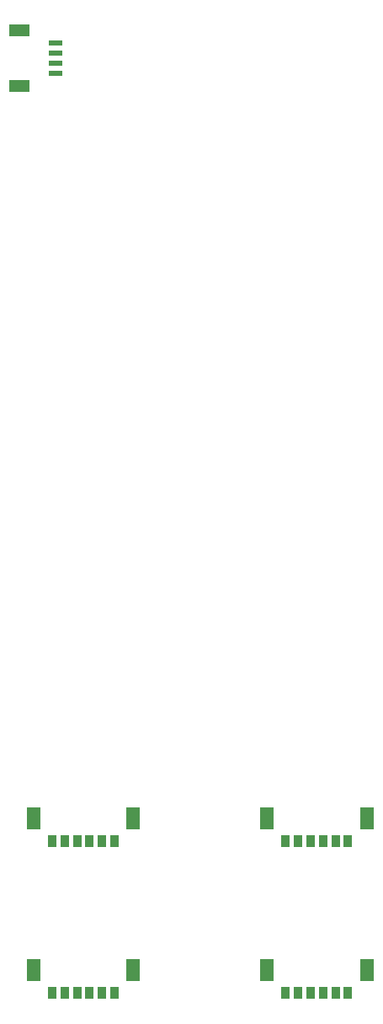
<source format=gbr>
%TF.GenerationSoftware,KiCad,Pcbnew,8.0.7*%
%TF.CreationDate,2024-12-20T12:02:52-05:00*%
%TF.ProjectId,HMS Olfactometer,484d5320-4f6c-4666-9163-746f6d657465,rev?*%
%TF.SameCoordinates,Original*%
%TF.FileFunction,Paste,Top*%
%TF.FilePolarity,Positive*%
%FSLAX46Y46*%
G04 Gerber Fmt 4.6, Leading zero omitted, Abs format (unit mm)*
G04 Created by KiCad (PCBNEW 8.0.7) date 2024-12-20 12:02:52*
%MOMM*%
%LPD*%
G01*
G04 APERTURE LIST*
%ADD10R,0.838200X1.295400*%
%ADD11R,1.397000X2.260600*%
%ADD12R,1.348740X0.599440*%
%ADD13R,1.998980X1.198880*%
G04 APERTURE END LIST*
D10*
%TO.C,J19*%
X62384999Y-152604599D03*
X63634999Y-152604599D03*
X64884999Y-152604599D03*
X66134999Y-152604599D03*
X67384999Y-152604599D03*
X68634999Y-152604599D03*
D11*
X60484998Y-150309600D03*
X70535000Y-150309600D03*
%TD*%
D10*
%TO.C,J18*%
X62384999Y-137364599D03*
X63634999Y-137364599D03*
X64884999Y-137364599D03*
X66134999Y-137364599D03*
X67384999Y-137364599D03*
X68634999Y-137364599D03*
D11*
X60484998Y-135069600D03*
X70535000Y-135069600D03*
%TD*%
D12*
%TO.C,J25*%
X39232840Y-57180480D03*
X39232840Y-58181240D03*
X39232840Y-59176920D03*
X39232840Y-60177680D03*
D13*
X35560000Y-61478160D03*
X35560000Y-55880000D03*
%TD*%
D10*
%TO.C,J16*%
X38907001Y-137364599D03*
X40157001Y-137364599D03*
X41407001Y-137364599D03*
X42657001Y-137364599D03*
X43907001Y-137364599D03*
X45157001Y-137364599D03*
D11*
X37007000Y-135069600D03*
X47057002Y-135069600D03*
%TD*%
D10*
%TO.C,J17*%
X38907001Y-152604599D03*
X40157001Y-152604599D03*
X41407001Y-152604599D03*
X42657001Y-152604599D03*
X43907001Y-152604599D03*
X45157001Y-152604599D03*
D11*
X37007000Y-150309600D03*
X47057002Y-150309600D03*
%TD*%
M02*

</source>
